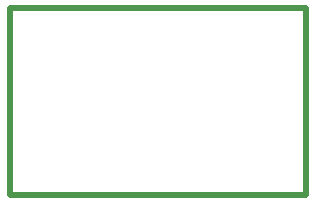
<source format=gm1>
G04 --- HEADER BEGIN --- *
%TF.GenerationSoftware,LibrePCB,LibrePCB,0.1.3*%
%TF.CreationDate,2020-05-07T14:01:10*%
%TF.ProjectId,SprigFTDI - default,c1b4763c-5183-4b8f-a850-9e664554c68f,v1*%
%TF.Part,Single*%
%FSLAX66Y66*%
%MOMM*%
G01*
G74*
G04 --- HEADER END --- *
G04 --- APERTURE LIST BEGIN --- *
%ADD10C,0.5*%
G04 --- APERTURE LIST END --- *
G04 --- BOARD BEGIN --- *
D10*
X0Y0D02*
X0Y0D01*
X0Y15875000D01*
X25000000Y15875000D01*
X25000000Y0D01*
X0Y0D01*
G04 --- BOARD END --- *
%TF.MD5,c0ba73c2009e73d7a9ba53fa6cbe8c5c*%
M02*

</source>
